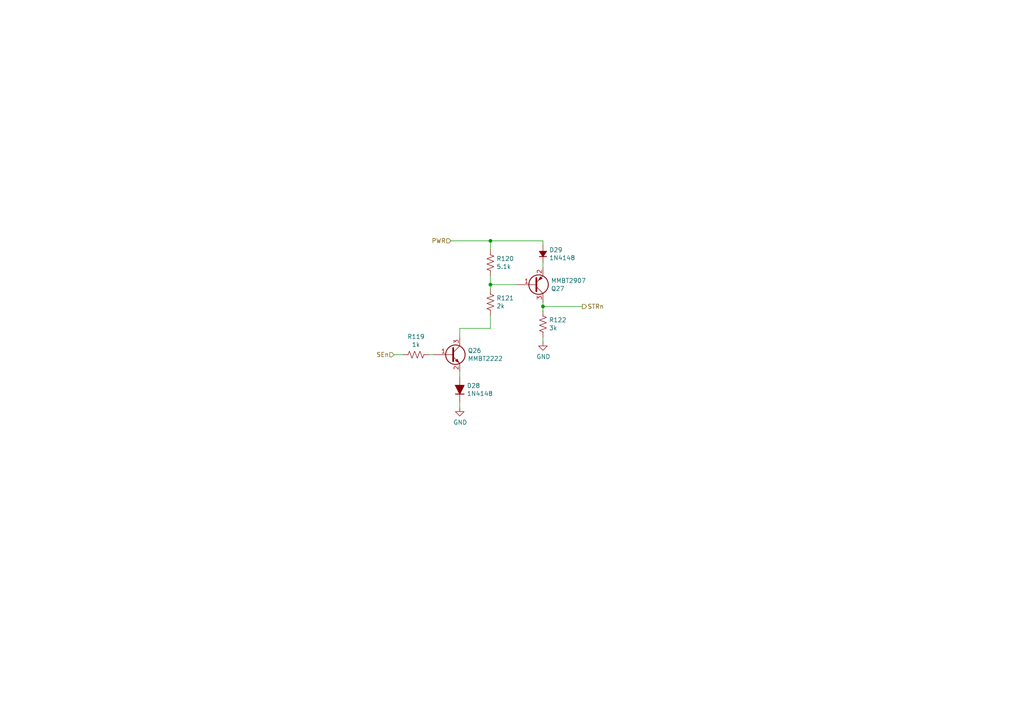
<source format=kicad_sch>
(kicad_sch (version 20211123) (generator eeschema)
  (paper "A4")
  (lib_symbols
    (symbol "Device:D_Filled" (pin_numbers hide) (pin_names (offset 1.016) hide)
      (property "Reference" "D" (at 0 2.54 0))
      (property "Value" "D_Filled" (at 0 -2.54 0))
      (symbol "D_Filled_0_1"
        (polyline (pts (xy -1.27 1.27) (xy -1.27 -1.27)) (stroke (width 0.254)))
        (polyline (pts (xy 1.27 0) (xy -1.27 0)))
        (polyline (pts (xy 1.27 1.27) (xy 1.27 -1.27) (xy -1.27 0) (xy 1.27 1.27)) (stroke (width 0.254)) (fill (type outline)))
      )
      (symbol "D_Filled_1_1"
        (pin passive line (at -3.81 0 0) (length 2.54) (name "K") (number "1"))
        (pin passive line (at 3.81 0 180) (length 2.54) (name "A") (number "2"))
      )
    )
    (symbol "Device:D_Small_Filled" (pin_numbers hide) (pin_names (offset 0.254) hide)
      (property "Reference" "D" (at -1.27 2.032 0))
      (property "Value" "D_Small_Filled" (at -3.81 -2.032 0))
      (symbol "D_Small_Filled_0_1"
        (polyline (pts (xy -0.762 -1.016) (xy -0.762 1.016)) (stroke (width 0.254)))
        (polyline (pts (xy -0.762 0) (xy 0.762 0)))
        (polyline (pts (xy 0.762 -1.016) (xy -0.762 0) (xy 0.762 1.016) (xy 0.762 -1.016)) (stroke (width 0.254)) (fill (type outline)))
      )
      (symbol "D_Small_Filled_1_1"
        (pin passive line (at -2.54 0 0) (length 1.778) (name "K") (number "1"))
        (pin passive line (at 2.54 0 180) (length 1.778) (name "A") (number "2"))
      )
    )
    (symbol "Device:Q_NPN_BEC" (pin_names (offset 0) hide)
      (property "Reference" "Q" (at 5.08 1.27 0))
      (property "Value" "Q_NPN_BEC" (at 5.08 -1.27 0))
      (symbol "Q_NPN_BEC_0_1"
        (polyline (pts (xy 0.635 0.635) (xy 2.54 2.54)))
        (polyline (pts (xy 0.635 -0.635) (xy 2.54 -2.54) (xy 2.54 -2.54)))
        (polyline (pts (xy 0.635 1.905) (xy 0.635 -1.905) (xy 0.635 -1.905)) (stroke (width 0.508)))
        (polyline (pts (xy 1.27 -1.778) (xy 1.778 -1.27) (xy 2.286 -2.286) (xy 1.27 -1.778) (xy 1.27 -1.778)) (fill (type outline)))
        (circle (center 1.27 0) (radius 2.8194) (stroke (width 0.254)))
      )
      (symbol "Q_NPN_BEC_1_1"
        (pin input line (at -5.08 0 0) (length 5.715) (name "B") (number "1"))
        (pin passive line (at 2.54 -5.08 90) (length 2.54) (name "E") (number "2"))
        (pin passive line (at 2.54 5.08 270) (length 2.54) (name "C") (number "3"))
      )
    )
    (symbol "Device:Q_PNP_BEC" (pin_names (offset 0) hide)
      (property "Reference" "Q" (at 5.08 1.27 0))
      (property "Value" "Q_PNP_BEC" (at 5.08 -1.27 0))
      (symbol "Q_PNP_BEC_0_1"
        (polyline (pts (xy 0.635 0.635) (xy 2.54 2.54)))
        (polyline (pts (xy 0.635 -0.635) (xy 2.54 -2.54) (xy 2.54 -2.54)))
        (polyline (pts (xy 0.635 1.905) (xy 0.635 -1.905) (xy 0.635 -1.905)) (stroke (width 0.508)))
        (polyline (pts (xy 2.286 -1.778) (xy 1.778 -2.286) (xy 1.27 -1.27) (xy 2.286 -1.778) (xy 2.286 -1.778)) (fill (type outline)))
        (circle (center 1.27 0) (radius 2.8194) (stroke (width 0.254)))
      )
      (symbol "Q_PNP_BEC_1_1"
        (pin input line (at -5.08 0 0) (length 5.715) (name "B") (number "1"))
        (pin passive line (at 2.54 -5.08 90) (length 2.54) (name "E") (number "2"))
        (pin passive line (at 2.54 5.08 270) (length 2.54) (name "C") (number "3"))
      )
    )
    (symbol "Device:R_US" (pin_numbers hide) (pin_names (offset 0))
      (property "Reference" "R" (at 2.54 0 90))
      (property "Value" "R_US" (at -2.54 0 90))
      (symbol "R_US_0_1"
        (polyline (pts (xy 0 -2.286) (xy 0 -2.54)))
        (polyline (pts (xy 0 2.286) (xy 0 2.54)))
        (polyline (pts (xy 0 -0.762) (xy 1.016 -1.143) (xy 0 -1.524) (xy -1.016 -1.905) (xy 0 -2.286)))
        (polyline (pts (xy 0 0.762) (xy 1.016 0.381) (xy 0 0) (xy -1.016 -0.381) (xy 0 -0.762)))
        (polyline (pts (xy 0 2.286) (xy 1.016 1.905) (xy 0 1.524) (xy -1.016 1.143) (xy 0 0.762)))
      )
      (symbol "R_US_1_1"
        (pin passive line (at 0 3.81 270) (length 1.27) (name "~") (number "1"))
        (pin passive line (at 0 -3.81 90) (length 1.27) (name "~") (number "2"))
      )
    )
    (symbol "power:GND" (power) (pin_names (offset 0))
      (property "Value" "GND" (at 0 -3.81 0))
      (symbol "GND_0_1"
        (polyline (pts (xy 0 0) (xy 0 -1.27) (xy 1.27 -1.27) (xy 0 -2.54) (xy -1.27 -1.27) (xy 0 -1.27)))
      )
      (symbol "GND_1_1"
        (pin power_in line (at 0 0 270) (length 0) hide (name "GND") (number "1"))
      )
    )
  )
  (junction (at 142.24 82.55))
  (junction (at 157.48 88.9))
  (junction (at 142.24 69.85))
  (wire (pts (xy 157.48 88.9) (xy 157.48 90.17)))
  (wire (pts (xy 114.3 102.87) (xy 116.84 102.87)))
  (wire (pts (xy 124.46 102.87) (xy 125.73 102.87)))
  (wire (pts (xy 133.35 107.95) (xy 133.35 109.22)))
  (wire (pts (xy 142.24 91.44) (xy 142.24 95.25)))
  (wire (pts (xy 130.81 69.85) (xy 142.24 69.85)))
  (wire (pts (xy 157.48 69.85) (xy 157.48 71.12)))
  (wire (pts (xy 157.48 87.63) (xy 157.48 88.9)))
  (wire (pts (xy 142.24 69.85) (xy 142.24 72.39)))
  (wire (pts (xy 142.24 80.01) (xy 142.24 82.55)))
  (wire (pts (xy 133.35 97.79) (xy 133.35 95.25)))
  (wire (pts (xy 157.48 97.79) (xy 157.48 99.06)))
  (wire (pts (xy 142.24 69.85) (xy 157.48 69.85)))
  (wire (pts (xy 157.48 76.2) (xy 157.48 77.47)))
  (wire (pts (xy 157.48 88.9) (xy 168.91 88.9)))
  (wire (pts (xy 133.35 95.25) (xy 142.24 95.25)))
  (wire (pts (xy 133.35 116.84) (xy 133.35 118.11)))
  (wire (pts (xy 142.24 82.55) (xy 142.24 83.82)))
  (wire (pts (xy 142.24 82.55) (xy 149.86 82.55)))
  (hierarchical_label "STRn" (shape output) (at 168.91 88.9 0))
  (hierarchical_label "SEn" (shape input) (at 114.3 102.87 180))
  (hierarchical_label "PWR" (shape input) (at 130.81 69.85 180))
  (symbol (lib_id "power:GND") (at 157.48 99.06 0)
    (property "Reference" "#PWR082" (effects hide))
    (property "Value" "GND" (at 157.607 103.4542 0))
  )
  (symbol (lib_id "Device:R_US") (at 142.24 87.63 0)
    (property "Reference" "R121" (at 143.9672 86.4616 0) (effects (justify left)))
    (property "Value" "2k" (at 143.9672 88.773 0) (effects (justify left)))
    (property "Footprint" "Resistor_SMD:R_0603_1608Metric" (effects hide))
  )
  (symbol (lib_id "Device:R_US") (at 142.24 76.2 0)
    (property "Reference" "R120" (at 143.9672 75.0316 0) (effects (justify left)))
    (property "Value" "5.1k" (at 143.9672 77.343 0) (effects (justify left)))
    (property "Footprint" "Resistor_SMD:R_0603_1608Metric" (effects hide))
  )
  (symbol (lib_id "Device:Q_PNP_BEC") (at 154.94 82.55 0) (mirror x)
    (property "Reference" "Q27" (at 159.7914 83.7184 0) (effects (justify left)))
    (property "Value" "MMBT2907" (at 159.7914 81.407 0) (effects (justify left)))
    (property "Footprint" "Package_TO_SOT_SMD:SOT-23" (effects hide))
    (property "Digikey" "https://www.digikey.com/en/products/detail/MMBT2907A-G/641-1952-1-ND/9477883" (effects hide))
    (property "Part Number" "MMBT2907A-G" (effects hide))
  )
  (symbol (lib_id "Device:R_US") (at 157.48 93.98 0)
    (property "Reference" "R122" (at 159.2072 92.8116 0) (effects (justify left)))
    (property "Value" "3k" (at 159.2072 95.123 0) (effects (justify left)))
    (property "Footprint" "Resistor_SMD:R_0603_1608Metric" (effects hide))
  )
  (symbol (lib_id "Device:D_Small_Filled") (at 157.48 73.66 90)
    (property "Reference" "D29" (at 159.258 72.4916 90) (effects (justify right)))
    (property "Value" "1N4148" (at 159.258 74.803 90) (effects (justify right)))
    (property "Footprint" "Diode_SMD:D_SOD-323" (effects hide))
    (property "Part Number" "1N4148WSTR" (effects hide))
    (property "Digikey" "https://www.digikey.com/en/products/detail/smc-diode-solutions/1N4148WSTR/6022449" (effects hide))
  )
  (symbol (lib_id "Device:R_US") (at 120.65 102.87 270)
    (property "Reference" "R119" (at 120.65 97.663 90))
    (property "Value" "1k" (at 120.65 99.9744 90))
    (property "Footprint" "Resistor_SMD:R_0603_1608Metric" (effects hide))
  )
  (symbol (lib_id "Device:Q_NPN_BEC") (at 130.81 102.87 0)
    (property "Reference" "Q26" (at 135.6614 101.7016 0) (effects (justify left)))
    (property "Value" "MMBT2222" (at 135.6614 104.013 0) (effects (justify left)))
    (property "Footprint" "Package_TO_SOT_SMD:SOT-23" (effects hide))
    (property "Digikey" "https://www.digikey.com/en/products/detail/MMBT2222A-G/641-1942-1-ND/9477875" (effects hide))
    (property "Part Number" "MMBT2222A-G" (effects hide))
  )
  (symbol (lib_id "Device:D_Filled") (at 133.35 113.03 90)
    (property "Reference" "D28" (at 135.382 111.8616 90) (effects (justify right)))
    (property "Value" "1N4148" (at 135.382 114.173 90) (effects (justify right)))
    (property "Footprint" "Diode_SMD:D_SOD-323" (effects hide))
    (property "Part Number" "1N4148WSTR" (effects hide))
    (property "Digikey" "https://www.digikey.com/en/products/detail/smc-diode-solutions/1N4148WSTR/6022449" (effects hide))
  )
  (symbol (lib_id "power:GND") (at 133.35 118.11 0)
    (property "Reference" "#PWR081" (effects hide))
    (property "Value" "GND" (at 133.477 122.5042 0))
  )
)
</source>
